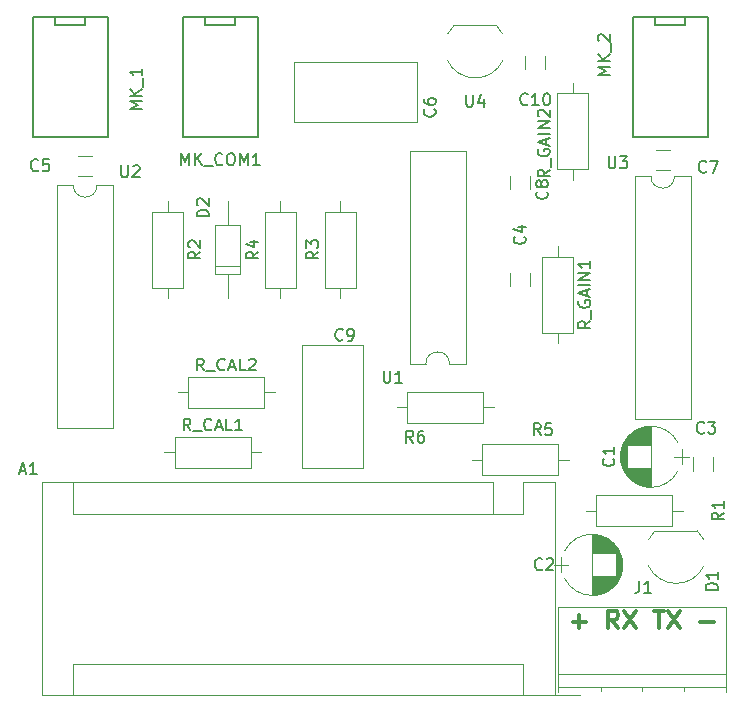
<source format=gbr>
G04 #@! TF.GenerationSoftware,KiCad,Pcbnew,(5.0.0-rc2-dev-179-gab3780148)*
G04 #@! TF.CreationDate,2018-03-20T17:07:23-05:00*
G04 #@! TF.ProjectId,conductivity_sensor_vert,636F6E6475637469766974795F73656E,rev?*
G04 #@! TF.SameCoordinates,Original*
G04 #@! TF.FileFunction,Legend,Top*
G04 #@! TF.FilePolarity,Positive*
%FSLAX46Y46*%
G04 Gerber Fmt 4.6, Leading zero omitted, Abs format (unit mm)*
G04 Created by KiCad (PCBNEW (5.0.0-rc2-dev-179-gab3780148)) date 03/20/18 17:07:23*
%MOMM*%
%LPD*%
G01*
G04 APERTURE LIST*
%ADD10C,0.300000*%
%ADD11C,0.120000*%
%ADD12C,0.127000*%
%ADD13C,0.150000*%
G04 APERTURE END LIST*
D10*
X156849714Y-114661142D02*
X157992571Y-114661142D01*
X157421142Y-115232571D02*
X157421142Y-114089714D01*
X160706857Y-115232571D02*
X160206857Y-114518285D01*
X159849714Y-115232571D02*
X159849714Y-113732571D01*
X160421142Y-113732571D01*
X160564000Y-113804000D01*
X160635428Y-113875428D01*
X160706857Y-114018285D01*
X160706857Y-114232571D01*
X160635428Y-114375428D01*
X160564000Y-114446857D01*
X160421142Y-114518285D01*
X159849714Y-114518285D01*
X161206857Y-113732571D02*
X162206857Y-115232571D01*
X162206857Y-113732571D02*
X161206857Y-115232571D01*
X163706857Y-113732571D02*
X164564000Y-113732571D01*
X164135428Y-115232571D02*
X164135428Y-113732571D01*
X164921142Y-113732571D02*
X165921142Y-115232571D01*
X165921142Y-113732571D02*
X164921142Y-115232571D01*
X167635428Y-114661142D02*
X168778285Y-114661142D01*
D11*
X150390000Y-64190000D02*
X146790000Y-64190000D01*
X150914184Y-64917205D02*
G75*
G03X150390000Y-64190000I-2324184J-1122795D01*
G01*
X150946400Y-67138807D02*
G75*
G02X148590000Y-68640000I-2356400J1098807D01*
G01*
X146233600Y-67138807D02*
G75*
G03X148590000Y-68640000I2356400J1098807D01*
G01*
X146265816Y-64917205D02*
G75*
G02X146790000Y-64190000I2324184J-1122795D01*
G01*
X152809000Y-67917000D02*
X152809000Y-66743000D01*
X154531000Y-67917000D02*
X154531000Y-66743000D01*
X150114000Y-105537000D02*
X152654000Y-105537000D01*
X152654000Y-105537000D02*
X152654000Y-102867000D01*
X150114000Y-102867000D02*
X111884000Y-102867000D01*
X155324000Y-102867000D02*
X152654000Y-102867000D01*
X152654000Y-118237000D02*
X152654000Y-120907000D01*
X152654000Y-118237000D02*
X114554000Y-118237000D01*
X114554000Y-118237000D02*
X114554000Y-120907000D01*
X150114000Y-105537000D02*
X150114000Y-102867000D01*
X150114000Y-105537000D02*
X114554000Y-105537000D01*
X114554000Y-105537000D02*
X114554000Y-102867000D01*
X111884000Y-102867000D02*
X111884000Y-120907000D01*
X111884000Y-120907000D02*
X155324000Y-120907000D01*
X155324000Y-120907000D02*
X155324000Y-102867000D01*
X163465000Y-76969000D02*
X162095000Y-76969000D01*
X162095000Y-76969000D02*
X162095000Y-97529000D01*
X162095000Y-97529000D02*
X166835000Y-97529000D01*
X166835000Y-97529000D02*
X166835000Y-76969000D01*
X166835000Y-76969000D02*
X165465000Y-76969000D01*
X165465000Y-76969000D02*
G75*
G02X163465000Y-76969000I-1000000J0D01*
G01*
X114570000Y-77731000D02*
X113200000Y-77731000D01*
X113200000Y-77731000D02*
X113200000Y-98291000D01*
X113200000Y-98291000D02*
X117940000Y-98291000D01*
X117940000Y-98291000D02*
X117940000Y-77731000D01*
X117940000Y-77731000D02*
X116570000Y-77731000D01*
X116570000Y-77731000D02*
G75*
G02X114570000Y-77731000I-1000000J0D01*
G01*
X146415000Y-92830000D02*
X147785000Y-92830000D01*
X147785000Y-92830000D02*
X147785000Y-74810000D01*
X147785000Y-74810000D02*
X143045000Y-74810000D01*
X143045000Y-74810000D02*
X143045000Y-92830000D01*
X143045000Y-92830000D02*
X144415000Y-92830000D01*
X144415000Y-92830000D02*
G75*
G02X146415000Y-92830000I1000000J0D01*
G01*
X158155000Y-69942000D02*
X155535000Y-69942000D01*
X155535000Y-69942000D02*
X155535000Y-76362000D01*
X155535000Y-76362000D02*
X158155000Y-76362000D01*
X158155000Y-76362000D02*
X158155000Y-69942000D01*
X156845000Y-69052000D02*
X156845000Y-69942000D01*
X156845000Y-77252000D02*
X156845000Y-76362000D01*
X156885000Y-83785000D02*
X154265000Y-83785000D01*
X154265000Y-83785000D02*
X154265000Y-90205000D01*
X154265000Y-90205000D02*
X156885000Y-90205000D01*
X156885000Y-90205000D02*
X156885000Y-83785000D01*
X155575000Y-82895000D02*
X155575000Y-83785000D01*
X155575000Y-91095000D02*
X155575000Y-90205000D01*
X124298000Y-93940000D02*
X124298000Y-96560000D01*
X124298000Y-96560000D02*
X130718000Y-96560000D01*
X130718000Y-96560000D02*
X130718000Y-93940000D01*
X130718000Y-93940000D02*
X124298000Y-93940000D01*
X123408000Y-95250000D02*
X124298000Y-95250000D01*
X131608000Y-95250000D02*
X130718000Y-95250000D01*
X123155000Y-99020000D02*
X123155000Y-101640000D01*
X123155000Y-101640000D02*
X129575000Y-101640000D01*
X129575000Y-101640000D02*
X129575000Y-99020000D01*
X129575000Y-99020000D02*
X123155000Y-99020000D01*
X122265000Y-100330000D02*
X123155000Y-100330000D01*
X130465000Y-100330000D02*
X129575000Y-100330000D01*
X142840000Y-95210000D02*
X142840000Y-97830000D01*
X142840000Y-97830000D02*
X149260000Y-97830000D01*
X149260000Y-97830000D02*
X149260000Y-95210000D01*
X149260000Y-95210000D02*
X142840000Y-95210000D01*
X141950000Y-96520000D02*
X142840000Y-96520000D01*
X150150000Y-96520000D02*
X149260000Y-96520000D01*
X149190000Y-99655000D02*
X149190000Y-102275000D01*
X149190000Y-102275000D02*
X155610000Y-102275000D01*
X155610000Y-102275000D02*
X155610000Y-99655000D01*
X155610000Y-99655000D02*
X149190000Y-99655000D01*
X148300000Y-100965000D02*
X149190000Y-100965000D01*
X156500000Y-100965000D02*
X155610000Y-100965000D01*
X130770000Y-86395000D02*
X133390000Y-86395000D01*
X133390000Y-86395000D02*
X133390000Y-79975000D01*
X133390000Y-79975000D02*
X130770000Y-79975000D01*
X130770000Y-79975000D02*
X130770000Y-86395000D01*
X132080000Y-87285000D02*
X132080000Y-86395000D01*
X132080000Y-79085000D02*
X132080000Y-79975000D01*
X135850000Y-86395000D02*
X138470000Y-86395000D01*
X138470000Y-86395000D02*
X138470000Y-79975000D01*
X138470000Y-79975000D02*
X135850000Y-79975000D01*
X135850000Y-79975000D02*
X135850000Y-86395000D01*
X137160000Y-87285000D02*
X137160000Y-86395000D01*
X137160000Y-79085000D02*
X137160000Y-79975000D01*
X123865000Y-79975000D02*
X121245000Y-79975000D01*
X121245000Y-79975000D02*
X121245000Y-86395000D01*
X121245000Y-86395000D02*
X123865000Y-86395000D01*
X123865000Y-86395000D02*
X123865000Y-79975000D01*
X122555000Y-79085000D02*
X122555000Y-79975000D01*
X122555000Y-87285000D02*
X122555000Y-86395000D01*
X158842000Y-103973000D02*
X158842000Y-106593000D01*
X158842000Y-106593000D02*
X165262000Y-106593000D01*
X165262000Y-106593000D02*
X165262000Y-103973000D01*
X165262000Y-103973000D02*
X158842000Y-103973000D01*
X157952000Y-105283000D02*
X158842000Y-105283000D01*
X166152000Y-105283000D02*
X165262000Y-105283000D01*
X155630000Y-119067000D02*
X169830000Y-119067000D01*
X155630000Y-120167000D02*
X169830000Y-120167000D01*
X155630000Y-120667000D02*
X155630000Y-113467000D01*
X155630000Y-113467000D02*
X169830000Y-113467000D01*
X169830000Y-113467000D02*
X169830000Y-120667000D01*
X159230000Y-120167000D02*
X159230000Y-120567000D01*
X162730000Y-120167000D02*
X162730000Y-120567000D01*
X166230000Y-120167000D02*
X166230000Y-120567000D01*
X155390000Y-118817000D02*
X155390000Y-120907000D01*
X155390000Y-120907000D02*
X157480000Y-120907000D01*
X126575000Y-85245000D02*
X128695000Y-85245000D01*
X128695000Y-85245000D02*
X128695000Y-81125000D01*
X128695000Y-81125000D02*
X126575000Y-81125000D01*
X126575000Y-81125000D02*
X126575000Y-85245000D01*
X127635000Y-87285000D02*
X127635000Y-85245000D01*
X127635000Y-79085000D02*
X127635000Y-81125000D01*
X126575000Y-84585000D02*
X128695000Y-84585000D01*
X167408000Y-106989000D02*
X163808000Y-106989000D01*
X167932184Y-107716205D02*
G75*
G03X167408000Y-106989000I-2324184J-1122795D01*
G01*
X167964400Y-109937807D02*
G75*
G02X165608000Y-111439000I-2356400J1098807D01*
G01*
X163251600Y-109937807D02*
G75*
G03X165608000Y-111439000I2356400J1098807D01*
G01*
X163283816Y-107716205D02*
G75*
G02X163808000Y-106989000I2324184J-1122795D01*
G01*
X139085000Y-91250000D02*
X139085000Y-101670000D01*
X133965000Y-91250000D02*
X133965000Y-101670000D01*
X139085000Y-91250000D02*
X133965000Y-91250000D01*
X139085000Y-101670000D02*
X133965000Y-101670000D01*
X151539000Y-78077000D02*
X151539000Y-76903000D01*
X153261000Y-78077000D02*
X153261000Y-76903000D01*
X165072000Y-76426000D02*
X163898000Y-76426000D01*
X165072000Y-74704000D02*
X163898000Y-74704000D01*
X143700000Y-72410000D02*
X133280000Y-72410000D01*
X143700000Y-67290000D02*
X133280000Y-67290000D01*
X143700000Y-72410000D02*
X143700000Y-67290000D01*
X133280000Y-72410000D02*
X133280000Y-67290000D01*
X116177000Y-76934000D02*
X115003000Y-76934000D01*
X116177000Y-75212000D02*
X115003000Y-75212000D01*
X153261000Y-85118000D02*
X153261000Y-86292000D01*
X151539000Y-85118000D02*
X151539000Y-86292000D01*
X168755000Y-100739000D02*
X168755000Y-101913000D01*
X167033000Y-100739000D02*
X167033000Y-101913000D01*
X160785722Y-108675277D02*
G75*
G03X156174420Y-108675000I-2305722J-1179723D01*
G01*
X160785722Y-111034723D02*
G75*
G02X156174420Y-111035000I-2305722J1179723D01*
G01*
X160785722Y-111034723D02*
G75*
G03X160785580Y-108675000I-2305722J1179723D01*
G01*
X158480000Y-107305000D02*
X158480000Y-112405000D01*
X158520000Y-107305000D02*
X158520000Y-108875000D01*
X158520000Y-110835000D02*
X158520000Y-112405000D01*
X158560000Y-107306000D02*
X158560000Y-108875000D01*
X158560000Y-110835000D02*
X158560000Y-112404000D01*
X158600000Y-107307000D02*
X158600000Y-108875000D01*
X158600000Y-110835000D02*
X158600000Y-112403000D01*
X158640000Y-107309000D02*
X158640000Y-108875000D01*
X158640000Y-110835000D02*
X158640000Y-112401000D01*
X158680000Y-107312000D02*
X158680000Y-108875000D01*
X158680000Y-110835000D02*
X158680000Y-112398000D01*
X158720000Y-107316000D02*
X158720000Y-108875000D01*
X158720000Y-110835000D02*
X158720000Y-112394000D01*
X158760000Y-107320000D02*
X158760000Y-108875000D01*
X158760000Y-110835000D02*
X158760000Y-112390000D01*
X158800000Y-107324000D02*
X158800000Y-108875000D01*
X158800000Y-110835000D02*
X158800000Y-112386000D01*
X158840000Y-107330000D02*
X158840000Y-108875000D01*
X158840000Y-110835000D02*
X158840000Y-112380000D01*
X158880000Y-107336000D02*
X158880000Y-108875000D01*
X158880000Y-110835000D02*
X158880000Y-112374000D01*
X158920000Y-107342000D02*
X158920000Y-108875000D01*
X158920000Y-110835000D02*
X158920000Y-112368000D01*
X158960000Y-107349000D02*
X158960000Y-108875000D01*
X158960000Y-110835000D02*
X158960000Y-112361000D01*
X159000000Y-107357000D02*
X159000000Y-108875000D01*
X159000000Y-110835000D02*
X159000000Y-112353000D01*
X159040000Y-107366000D02*
X159040000Y-108875000D01*
X159040000Y-110835000D02*
X159040000Y-112344000D01*
X159080000Y-107375000D02*
X159080000Y-108875000D01*
X159080000Y-110835000D02*
X159080000Y-112335000D01*
X159120000Y-107385000D02*
X159120000Y-108875000D01*
X159120000Y-110835000D02*
X159120000Y-112325000D01*
X159160000Y-107395000D02*
X159160000Y-108875000D01*
X159160000Y-110835000D02*
X159160000Y-112315000D01*
X159201000Y-107407000D02*
X159201000Y-108875000D01*
X159201000Y-110835000D02*
X159201000Y-112303000D01*
X159241000Y-107419000D02*
X159241000Y-108875000D01*
X159241000Y-110835000D02*
X159241000Y-112291000D01*
X159281000Y-107431000D02*
X159281000Y-108875000D01*
X159281000Y-110835000D02*
X159281000Y-112279000D01*
X159321000Y-107445000D02*
X159321000Y-108875000D01*
X159321000Y-110835000D02*
X159321000Y-112265000D01*
X159361000Y-107459000D02*
X159361000Y-108875000D01*
X159361000Y-110835000D02*
X159361000Y-112251000D01*
X159401000Y-107473000D02*
X159401000Y-108875000D01*
X159401000Y-110835000D02*
X159401000Y-112237000D01*
X159441000Y-107489000D02*
X159441000Y-108875000D01*
X159441000Y-110835000D02*
X159441000Y-112221000D01*
X159481000Y-107505000D02*
X159481000Y-108875000D01*
X159481000Y-110835000D02*
X159481000Y-112205000D01*
X159521000Y-107522000D02*
X159521000Y-108875000D01*
X159521000Y-110835000D02*
X159521000Y-112188000D01*
X159561000Y-107540000D02*
X159561000Y-108875000D01*
X159561000Y-110835000D02*
X159561000Y-112170000D01*
X159601000Y-107559000D02*
X159601000Y-108875000D01*
X159601000Y-110835000D02*
X159601000Y-112151000D01*
X159641000Y-107579000D02*
X159641000Y-108875000D01*
X159641000Y-110835000D02*
X159641000Y-112131000D01*
X159681000Y-107599000D02*
X159681000Y-108875000D01*
X159681000Y-110835000D02*
X159681000Y-112111000D01*
X159721000Y-107621000D02*
X159721000Y-108875000D01*
X159721000Y-110835000D02*
X159721000Y-112089000D01*
X159761000Y-107643000D02*
X159761000Y-108875000D01*
X159761000Y-110835000D02*
X159761000Y-112067000D01*
X159801000Y-107666000D02*
X159801000Y-108875000D01*
X159801000Y-110835000D02*
X159801000Y-112044000D01*
X159841000Y-107690000D02*
X159841000Y-108875000D01*
X159841000Y-110835000D02*
X159841000Y-112020000D01*
X159881000Y-107715000D02*
X159881000Y-108875000D01*
X159881000Y-110835000D02*
X159881000Y-111995000D01*
X159921000Y-107742000D02*
X159921000Y-108875000D01*
X159921000Y-110835000D02*
X159921000Y-111968000D01*
X159961000Y-107769000D02*
X159961000Y-108875000D01*
X159961000Y-110835000D02*
X159961000Y-111941000D01*
X160001000Y-107797000D02*
X160001000Y-108875000D01*
X160001000Y-110835000D02*
X160001000Y-111913000D01*
X160041000Y-107827000D02*
X160041000Y-108875000D01*
X160041000Y-110835000D02*
X160041000Y-111883000D01*
X160081000Y-107858000D02*
X160081000Y-108875000D01*
X160081000Y-110835000D02*
X160081000Y-111852000D01*
X160121000Y-107890000D02*
X160121000Y-108875000D01*
X160121000Y-110835000D02*
X160121000Y-111820000D01*
X160161000Y-107923000D02*
X160161000Y-108875000D01*
X160161000Y-110835000D02*
X160161000Y-111787000D01*
X160201000Y-107958000D02*
X160201000Y-108875000D01*
X160201000Y-110835000D02*
X160201000Y-111752000D01*
X160241000Y-107994000D02*
X160241000Y-108875000D01*
X160241000Y-110835000D02*
X160241000Y-111716000D01*
X160281000Y-108032000D02*
X160281000Y-108875000D01*
X160281000Y-110835000D02*
X160281000Y-111678000D01*
X160321000Y-108072000D02*
X160321000Y-108875000D01*
X160321000Y-110835000D02*
X160321000Y-111638000D01*
X160361000Y-108113000D02*
X160361000Y-108875000D01*
X160361000Y-110835000D02*
X160361000Y-111597000D01*
X160401000Y-108156000D02*
X160401000Y-108875000D01*
X160401000Y-110835000D02*
X160401000Y-111554000D01*
X160441000Y-108201000D02*
X160441000Y-108875000D01*
X160441000Y-110835000D02*
X160441000Y-111509000D01*
X160481000Y-108249000D02*
X160481000Y-111461000D01*
X160521000Y-108299000D02*
X160521000Y-111411000D01*
X160561000Y-108351000D02*
X160561000Y-111359000D01*
X160601000Y-108407000D02*
X160601000Y-111303000D01*
X160641000Y-108465000D02*
X160641000Y-111245000D01*
X160681000Y-108528000D02*
X160681000Y-111182000D01*
X160721000Y-108594000D02*
X160721000Y-111116000D01*
X160761000Y-108666000D02*
X160761000Y-111044000D01*
X160801000Y-108743000D02*
X160801000Y-110967000D01*
X160841000Y-108827000D02*
X160841000Y-110883000D01*
X160881000Y-108921000D02*
X160881000Y-110789000D01*
X160921000Y-109026000D02*
X160921000Y-110684000D01*
X160961000Y-109148000D02*
X160961000Y-110562000D01*
X161001000Y-109296000D02*
X161001000Y-110414000D01*
X161041000Y-109501000D02*
X161041000Y-110209000D01*
X155280000Y-109855000D02*
X156480000Y-109855000D01*
X155880000Y-109205000D02*
X155880000Y-110505000D01*
X161159278Y-101890723D02*
G75*
G03X165770580Y-101891000I2305722J1179723D01*
G01*
X161159278Y-99531277D02*
G75*
G02X165770580Y-99531000I2305722J-1179723D01*
G01*
X161159278Y-99531277D02*
G75*
G03X161159420Y-101891000I2305722J-1179723D01*
G01*
X163465000Y-103261000D02*
X163465000Y-98161000D01*
X163425000Y-103261000D02*
X163425000Y-101691000D01*
X163425000Y-99731000D02*
X163425000Y-98161000D01*
X163385000Y-103260000D02*
X163385000Y-101691000D01*
X163385000Y-99731000D02*
X163385000Y-98162000D01*
X163345000Y-103259000D02*
X163345000Y-101691000D01*
X163345000Y-99731000D02*
X163345000Y-98163000D01*
X163305000Y-103257000D02*
X163305000Y-101691000D01*
X163305000Y-99731000D02*
X163305000Y-98165000D01*
X163265000Y-103254000D02*
X163265000Y-101691000D01*
X163265000Y-99731000D02*
X163265000Y-98168000D01*
X163225000Y-103250000D02*
X163225000Y-101691000D01*
X163225000Y-99731000D02*
X163225000Y-98172000D01*
X163185000Y-103246000D02*
X163185000Y-101691000D01*
X163185000Y-99731000D02*
X163185000Y-98176000D01*
X163145000Y-103242000D02*
X163145000Y-101691000D01*
X163145000Y-99731000D02*
X163145000Y-98180000D01*
X163105000Y-103236000D02*
X163105000Y-101691000D01*
X163105000Y-99731000D02*
X163105000Y-98186000D01*
X163065000Y-103230000D02*
X163065000Y-101691000D01*
X163065000Y-99731000D02*
X163065000Y-98192000D01*
X163025000Y-103224000D02*
X163025000Y-101691000D01*
X163025000Y-99731000D02*
X163025000Y-98198000D01*
X162985000Y-103217000D02*
X162985000Y-101691000D01*
X162985000Y-99731000D02*
X162985000Y-98205000D01*
X162945000Y-103209000D02*
X162945000Y-101691000D01*
X162945000Y-99731000D02*
X162945000Y-98213000D01*
X162905000Y-103200000D02*
X162905000Y-101691000D01*
X162905000Y-99731000D02*
X162905000Y-98222000D01*
X162865000Y-103191000D02*
X162865000Y-101691000D01*
X162865000Y-99731000D02*
X162865000Y-98231000D01*
X162825000Y-103181000D02*
X162825000Y-101691000D01*
X162825000Y-99731000D02*
X162825000Y-98241000D01*
X162785000Y-103171000D02*
X162785000Y-101691000D01*
X162785000Y-99731000D02*
X162785000Y-98251000D01*
X162744000Y-103159000D02*
X162744000Y-101691000D01*
X162744000Y-99731000D02*
X162744000Y-98263000D01*
X162704000Y-103147000D02*
X162704000Y-101691000D01*
X162704000Y-99731000D02*
X162704000Y-98275000D01*
X162664000Y-103135000D02*
X162664000Y-101691000D01*
X162664000Y-99731000D02*
X162664000Y-98287000D01*
X162624000Y-103121000D02*
X162624000Y-101691000D01*
X162624000Y-99731000D02*
X162624000Y-98301000D01*
X162584000Y-103107000D02*
X162584000Y-101691000D01*
X162584000Y-99731000D02*
X162584000Y-98315000D01*
X162544000Y-103093000D02*
X162544000Y-101691000D01*
X162544000Y-99731000D02*
X162544000Y-98329000D01*
X162504000Y-103077000D02*
X162504000Y-101691000D01*
X162504000Y-99731000D02*
X162504000Y-98345000D01*
X162464000Y-103061000D02*
X162464000Y-101691000D01*
X162464000Y-99731000D02*
X162464000Y-98361000D01*
X162424000Y-103044000D02*
X162424000Y-101691000D01*
X162424000Y-99731000D02*
X162424000Y-98378000D01*
X162384000Y-103026000D02*
X162384000Y-101691000D01*
X162384000Y-99731000D02*
X162384000Y-98396000D01*
X162344000Y-103007000D02*
X162344000Y-101691000D01*
X162344000Y-99731000D02*
X162344000Y-98415000D01*
X162304000Y-102987000D02*
X162304000Y-101691000D01*
X162304000Y-99731000D02*
X162304000Y-98435000D01*
X162264000Y-102967000D02*
X162264000Y-101691000D01*
X162264000Y-99731000D02*
X162264000Y-98455000D01*
X162224000Y-102945000D02*
X162224000Y-101691000D01*
X162224000Y-99731000D02*
X162224000Y-98477000D01*
X162184000Y-102923000D02*
X162184000Y-101691000D01*
X162184000Y-99731000D02*
X162184000Y-98499000D01*
X162144000Y-102900000D02*
X162144000Y-101691000D01*
X162144000Y-99731000D02*
X162144000Y-98522000D01*
X162104000Y-102876000D02*
X162104000Y-101691000D01*
X162104000Y-99731000D02*
X162104000Y-98546000D01*
X162064000Y-102851000D02*
X162064000Y-101691000D01*
X162064000Y-99731000D02*
X162064000Y-98571000D01*
X162024000Y-102824000D02*
X162024000Y-101691000D01*
X162024000Y-99731000D02*
X162024000Y-98598000D01*
X161984000Y-102797000D02*
X161984000Y-101691000D01*
X161984000Y-99731000D02*
X161984000Y-98625000D01*
X161944000Y-102769000D02*
X161944000Y-101691000D01*
X161944000Y-99731000D02*
X161944000Y-98653000D01*
X161904000Y-102739000D02*
X161904000Y-101691000D01*
X161904000Y-99731000D02*
X161904000Y-98683000D01*
X161864000Y-102708000D02*
X161864000Y-101691000D01*
X161864000Y-99731000D02*
X161864000Y-98714000D01*
X161824000Y-102676000D02*
X161824000Y-101691000D01*
X161824000Y-99731000D02*
X161824000Y-98746000D01*
X161784000Y-102643000D02*
X161784000Y-101691000D01*
X161784000Y-99731000D02*
X161784000Y-98779000D01*
X161744000Y-102608000D02*
X161744000Y-101691000D01*
X161744000Y-99731000D02*
X161744000Y-98814000D01*
X161704000Y-102572000D02*
X161704000Y-101691000D01*
X161704000Y-99731000D02*
X161704000Y-98850000D01*
X161664000Y-102534000D02*
X161664000Y-101691000D01*
X161664000Y-99731000D02*
X161664000Y-98888000D01*
X161624000Y-102494000D02*
X161624000Y-101691000D01*
X161624000Y-99731000D02*
X161624000Y-98928000D01*
X161584000Y-102453000D02*
X161584000Y-101691000D01*
X161584000Y-99731000D02*
X161584000Y-98969000D01*
X161544000Y-102410000D02*
X161544000Y-101691000D01*
X161544000Y-99731000D02*
X161544000Y-99012000D01*
X161504000Y-102365000D02*
X161504000Y-101691000D01*
X161504000Y-99731000D02*
X161504000Y-99057000D01*
X161464000Y-102317000D02*
X161464000Y-99105000D01*
X161424000Y-102267000D02*
X161424000Y-99155000D01*
X161384000Y-102215000D02*
X161384000Y-99207000D01*
X161344000Y-102159000D02*
X161344000Y-99263000D01*
X161304000Y-102101000D02*
X161304000Y-99321000D01*
X161264000Y-102038000D02*
X161264000Y-99384000D01*
X161224000Y-101972000D02*
X161224000Y-99450000D01*
X161184000Y-101900000D02*
X161184000Y-99522000D01*
X161144000Y-101823000D02*
X161144000Y-99599000D01*
X161104000Y-101739000D02*
X161104000Y-99683000D01*
X161064000Y-101645000D02*
X161064000Y-99777000D01*
X161024000Y-101540000D02*
X161024000Y-99882000D01*
X160984000Y-101418000D02*
X160984000Y-100004000D01*
X160944000Y-101270000D02*
X160944000Y-100152000D01*
X160904000Y-101065000D02*
X160904000Y-100357000D01*
X166665000Y-100711000D02*
X165465000Y-100711000D01*
X166065000Y-101361000D02*
X166065000Y-100061000D01*
D12*
X115570000Y-64135000D02*
X115570000Y-63500000D01*
X113030000Y-64135000D02*
X115570000Y-64135000D01*
X113030000Y-63500000D02*
X113030000Y-64135000D01*
X111125000Y-64770000D02*
X111125000Y-63500000D01*
X117475000Y-63500000D02*
X117475000Y-64770000D01*
X111125000Y-73660000D02*
X117475000Y-73660000D01*
X111125000Y-64770000D02*
X111125000Y-73660000D01*
X117475000Y-63500000D02*
X111125000Y-63500000D01*
X117475000Y-73660000D02*
X117475000Y-64770000D01*
X168275000Y-73660000D02*
X168275000Y-64770000D01*
X168275000Y-63500000D02*
X161925000Y-63500000D01*
X161925000Y-64770000D02*
X161925000Y-73660000D01*
X161925000Y-73660000D02*
X168275000Y-73660000D01*
X168275000Y-63500000D02*
X168275000Y-64770000D01*
X161925000Y-64770000D02*
X161925000Y-63500000D01*
X163830000Y-63500000D02*
X163830000Y-64135000D01*
X163830000Y-64135000D02*
X166370000Y-64135000D01*
X166370000Y-64135000D02*
X166370000Y-63500000D01*
X130175000Y-73660000D02*
X130175000Y-64770000D01*
X130175000Y-63500000D02*
X123825000Y-63500000D01*
X123825000Y-64770000D02*
X123825000Y-73660000D01*
X123825000Y-73660000D02*
X130175000Y-73660000D01*
X130175000Y-63500000D02*
X130175000Y-64770000D01*
X123825000Y-64770000D02*
X123825000Y-63500000D01*
X125730000Y-63500000D02*
X125730000Y-64135000D01*
X125730000Y-64135000D02*
X128270000Y-64135000D01*
X128270000Y-64135000D02*
X128270000Y-63500000D01*
D13*
X147828095Y-70062380D02*
X147828095Y-70871904D01*
X147875714Y-70967142D01*
X147923333Y-71014761D01*
X148018571Y-71062380D01*
X148209047Y-71062380D01*
X148304285Y-71014761D01*
X148351904Y-70967142D01*
X148399523Y-70871904D01*
X148399523Y-70062380D01*
X149304285Y-70395714D02*
X149304285Y-71062380D01*
X149066190Y-70014761D02*
X148828095Y-70729047D01*
X149447142Y-70729047D01*
X153027142Y-70842142D02*
X152979523Y-70889761D01*
X152836666Y-70937380D01*
X152741428Y-70937380D01*
X152598571Y-70889761D01*
X152503333Y-70794523D01*
X152455714Y-70699285D01*
X152408095Y-70508809D01*
X152408095Y-70365952D01*
X152455714Y-70175476D01*
X152503333Y-70080238D01*
X152598571Y-69985000D01*
X152741428Y-69937380D01*
X152836666Y-69937380D01*
X152979523Y-69985000D01*
X153027142Y-70032619D01*
X153979523Y-70937380D02*
X153408095Y-70937380D01*
X153693809Y-70937380D02*
X153693809Y-69937380D01*
X153598571Y-70080238D01*
X153503333Y-70175476D01*
X153408095Y-70223095D01*
X154598571Y-69937380D02*
X154693809Y-69937380D01*
X154789047Y-69985000D01*
X154836666Y-70032619D01*
X154884285Y-70127857D01*
X154931904Y-70318333D01*
X154931904Y-70556428D01*
X154884285Y-70746904D01*
X154836666Y-70842142D01*
X154789047Y-70889761D01*
X154693809Y-70937380D01*
X154598571Y-70937380D01*
X154503333Y-70889761D01*
X154455714Y-70842142D01*
X154408095Y-70746904D01*
X154360476Y-70556428D01*
X154360476Y-70318333D01*
X154408095Y-70127857D01*
X154455714Y-70032619D01*
X154503333Y-69985000D01*
X154598571Y-69937380D01*
X110029714Y-101893666D02*
X110505904Y-101893666D01*
X109934476Y-102179380D02*
X110267809Y-101179380D01*
X110601142Y-102179380D01*
X111458285Y-102179380D02*
X110886857Y-102179380D01*
X111172571Y-102179380D02*
X111172571Y-101179380D01*
X111077333Y-101322238D01*
X110982095Y-101417476D01*
X110886857Y-101465095D01*
X159893095Y-75271380D02*
X159893095Y-76080904D01*
X159940714Y-76176142D01*
X159988333Y-76223761D01*
X160083571Y-76271380D01*
X160274047Y-76271380D01*
X160369285Y-76223761D01*
X160416904Y-76176142D01*
X160464523Y-76080904D01*
X160464523Y-75271380D01*
X160845476Y-75271380D02*
X161464523Y-75271380D01*
X161131190Y-75652333D01*
X161274047Y-75652333D01*
X161369285Y-75699952D01*
X161416904Y-75747571D01*
X161464523Y-75842809D01*
X161464523Y-76080904D01*
X161416904Y-76176142D01*
X161369285Y-76223761D01*
X161274047Y-76271380D01*
X160988333Y-76271380D01*
X160893095Y-76223761D01*
X160845476Y-76176142D01*
X118618095Y-76033380D02*
X118618095Y-76842904D01*
X118665714Y-76938142D01*
X118713333Y-76985761D01*
X118808571Y-77033380D01*
X118999047Y-77033380D01*
X119094285Y-76985761D01*
X119141904Y-76938142D01*
X119189523Y-76842904D01*
X119189523Y-76033380D01*
X119618095Y-76128619D02*
X119665714Y-76081000D01*
X119760952Y-76033380D01*
X119999047Y-76033380D01*
X120094285Y-76081000D01*
X120141904Y-76128619D01*
X120189523Y-76223857D01*
X120189523Y-76319095D01*
X120141904Y-76461952D01*
X119570476Y-77033380D01*
X120189523Y-77033380D01*
X140843095Y-93432380D02*
X140843095Y-94241904D01*
X140890714Y-94337142D01*
X140938333Y-94384761D01*
X141033571Y-94432380D01*
X141224047Y-94432380D01*
X141319285Y-94384761D01*
X141366904Y-94337142D01*
X141414523Y-94241904D01*
X141414523Y-93432380D01*
X142414523Y-94432380D02*
X141843095Y-94432380D01*
X142128809Y-94432380D02*
X142128809Y-93432380D01*
X142033571Y-93575238D01*
X141938333Y-93670476D01*
X141843095Y-93718095D01*
X154884380Y-76406095D02*
X154408190Y-76739428D01*
X154884380Y-76977523D02*
X153884380Y-76977523D01*
X153884380Y-76596571D01*
X153932000Y-76501333D01*
X153979619Y-76453714D01*
X154074857Y-76406095D01*
X154217714Y-76406095D01*
X154312952Y-76453714D01*
X154360571Y-76501333D01*
X154408190Y-76596571D01*
X154408190Y-76977523D01*
X154979619Y-76215619D02*
X154979619Y-75453714D01*
X153932000Y-74691809D02*
X153884380Y-74787047D01*
X153884380Y-74929904D01*
X153932000Y-75072761D01*
X154027238Y-75168000D01*
X154122476Y-75215619D01*
X154312952Y-75263238D01*
X154455809Y-75263238D01*
X154646285Y-75215619D01*
X154741523Y-75168000D01*
X154836761Y-75072761D01*
X154884380Y-74929904D01*
X154884380Y-74834666D01*
X154836761Y-74691809D01*
X154789142Y-74644190D01*
X154455809Y-74644190D01*
X154455809Y-74834666D01*
X154598666Y-74263238D02*
X154598666Y-73787047D01*
X154884380Y-74358476D02*
X153884380Y-74025142D01*
X154884380Y-73691809D01*
X154884380Y-73358476D02*
X153884380Y-73358476D01*
X154884380Y-72882285D02*
X153884380Y-72882285D01*
X154884380Y-72310857D01*
X153884380Y-72310857D01*
X153979619Y-71882285D02*
X153932000Y-71834666D01*
X153884380Y-71739428D01*
X153884380Y-71501333D01*
X153932000Y-71406095D01*
X153979619Y-71358476D01*
X154074857Y-71310857D01*
X154170095Y-71310857D01*
X154312952Y-71358476D01*
X154884380Y-71929904D01*
X154884380Y-71310857D01*
X158337380Y-89233095D02*
X157861190Y-89566428D01*
X158337380Y-89804523D02*
X157337380Y-89804523D01*
X157337380Y-89423571D01*
X157385000Y-89328333D01*
X157432619Y-89280714D01*
X157527857Y-89233095D01*
X157670714Y-89233095D01*
X157765952Y-89280714D01*
X157813571Y-89328333D01*
X157861190Y-89423571D01*
X157861190Y-89804523D01*
X158432619Y-89042619D02*
X158432619Y-88280714D01*
X157385000Y-87518809D02*
X157337380Y-87614047D01*
X157337380Y-87756904D01*
X157385000Y-87899761D01*
X157480238Y-87995000D01*
X157575476Y-88042619D01*
X157765952Y-88090238D01*
X157908809Y-88090238D01*
X158099285Y-88042619D01*
X158194523Y-87995000D01*
X158289761Y-87899761D01*
X158337380Y-87756904D01*
X158337380Y-87661666D01*
X158289761Y-87518809D01*
X158242142Y-87471190D01*
X157908809Y-87471190D01*
X157908809Y-87661666D01*
X158051666Y-87090238D02*
X158051666Y-86614047D01*
X158337380Y-87185476D02*
X157337380Y-86852142D01*
X158337380Y-86518809D01*
X158337380Y-86185476D02*
X157337380Y-86185476D01*
X158337380Y-85709285D02*
X157337380Y-85709285D01*
X158337380Y-85137857D01*
X157337380Y-85137857D01*
X158337380Y-84137857D02*
X158337380Y-84709285D01*
X158337380Y-84423571D02*
X157337380Y-84423571D01*
X157480238Y-84518809D01*
X157575476Y-84614047D01*
X157623095Y-84709285D01*
X125627047Y-93392380D02*
X125293714Y-92916190D01*
X125055619Y-93392380D02*
X125055619Y-92392380D01*
X125436571Y-92392380D01*
X125531809Y-92440000D01*
X125579428Y-92487619D01*
X125627047Y-92582857D01*
X125627047Y-92725714D01*
X125579428Y-92820952D01*
X125531809Y-92868571D01*
X125436571Y-92916190D01*
X125055619Y-92916190D01*
X125817523Y-93487619D02*
X126579428Y-93487619D01*
X127388952Y-93297142D02*
X127341333Y-93344761D01*
X127198476Y-93392380D01*
X127103238Y-93392380D01*
X126960380Y-93344761D01*
X126865142Y-93249523D01*
X126817523Y-93154285D01*
X126769904Y-92963809D01*
X126769904Y-92820952D01*
X126817523Y-92630476D01*
X126865142Y-92535238D01*
X126960380Y-92440000D01*
X127103238Y-92392380D01*
X127198476Y-92392380D01*
X127341333Y-92440000D01*
X127388952Y-92487619D01*
X127769904Y-93106666D02*
X128246095Y-93106666D01*
X127674666Y-93392380D02*
X128008000Y-92392380D01*
X128341333Y-93392380D01*
X129150857Y-93392380D02*
X128674666Y-93392380D01*
X128674666Y-92392380D01*
X129436571Y-92487619D02*
X129484190Y-92440000D01*
X129579428Y-92392380D01*
X129817523Y-92392380D01*
X129912761Y-92440000D01*
X129960380Y-92487619D01*
X130008000Y-92582857D01*
X130008000Y-92678095D01*
X129960380Y-92820952D01*
X129388952Y-93392380D01*
X130008000Y-93392380D01*
X124484047Y-98472380D02*
X124150714Y-97996190D01*
X123912619Y-98472380D02*
X123912619Y-97472380D01*
X124293571Y-97472380D01*
X124388809Y-97520000D01*
X124436428Y-97567619D01*
X124484047Y-97662857D01*
X124484047Y-97805714D01*
X124436428Y-97900952D01*
X124388809Y-97948571D01*
X124293571Y-97996190D01*
X123912619Y-97996190D01*
X124674523Y-98567619D02*
X125436428Y-98567619D01*
X126245952Y-98377142D02*
X126198333Y-98424761D01*
X126055476Y-98472380D01*
X125960238Y-98472380D01*
X125817380Y-98424761D01*
X125722142Y-98329523D01*
X125674523Y-98234285D01*
X125626904Y-98043809D01*
X125626904Y-97900952D01*
X125674523Y-97710476D01*
X125722142Y-97615238D01*
X125817380Y-97520000D01*
X125960238Y-97472380D01*
X126055476Y-97472380D01*
X126198333Y-97520000D01*
X126245952Y-97567619D01*
X126626904Y-98186666D02*
X127103095Y-98186666D01*
X126531666Y-98472380D02*
X126865000Y-97472380D01*
X127198333Y-98472380D01*
X128007857Y-98472380D02*
X127531666Y-98472380D01*
X127531666Y-97472380D01*
X128865000Y-98472380D02*
X128293571Y-98472380D01*
X128579285Y-98472380D02*
X128579285Y-97472380D01*
X128484047Y-97615238D01*
X128388809Y-97710476D01*
X128293571Y-97758095D01*
X143343333Y-99512380D02*
X143010000Y-99036190D01*
X142771904Y-99512380D02*
X142771904Y-98512380D01*
X143152857Y-98512380D01*
X143248095Y-98560000D01*
X143295714Y-98607619D01*
X143343333Y-98702857D01*
X143343333Y-98845714D01*
X143295714Y-98940952D01*
X143248095Y-98988571D01*
X143152857Y-99036190D01*
X142771904Y-99036190D01*
X144200476Y-98512380D02*
X144010000Y-98512380D01*
X143914761Y-98560000D01*
X143867142Y-98607619D01*
X143771904Y-98750476D01*
X143724285Y-98940952D01*
X143724285Y-99321904D01*
X143771904Y-99417142D01*
X143819523Y-99464761D01*
X143914761Y-99512380D01*
X144105238Y-99512380D01*
X144200476Y-99464761D01*
X144248095Y-99417142D01*
X144295714Y-99321904D01*
X144295714Y-99083809D01*
X144248095Y-98988571D01*
X144200476Y-98940952D01*
X144105238Y-98893333D01*
X143914761Y-98893333D01*
X143819523Y-98940952D01*
X143771904Y-98988571D01*
X143724285Y-99083809D01*
X154138333Y-98877380D02*
X153805000Y-98401190D01*
X153566904Y-98877380D02*
X153566904Y-97877380D01*
X153947857Y-97877380D01*
X154043095Y-97925000D01*
X154090714Y-97972619D01*
X154138333Y-98067857D01*
X154138333Y-98210714D01*
X154090714Y-98305952D01*
X154043095Y-98353571D01*
X153947857Y-98401190D01*
X153566904Y-98401190D01*
X155043095Y-97877380D02*
X154566904Y-97877380D01*
X154519285Y-98353571D01*
X154566904Y-98305952D01*
X154662142Y-98258333D01*
X154900238Y-98258333D01*
X154995476Y-98305952D01*
X155043095Y-98353571D01*
X155090714Y-98448809D01*
X155090714Y-98686904D01*
X155043095Y-98782142D01*
X154995476Y-98829761D01*
X154900238Y-98877380D01*
X154662142Y-98877380D01*
X154566904Y-98829761D01*
X154519285Y-98782142D01*
X130222380Y-83351666D02*
X129746190Y-83685000D01*
X130222380Y-83923095D02*
X129222380Y-83923095D01*
X129222380Y-83542142D01*
X129270000Y-83446904D01*
X129317619Y-83399285D01*
X129412857Y-83351666D01*
X129555714Y-83351666D01*
X129650952Y-83399285D01*
X129698571Y-83446904D01*
X129746190Y-83542142D01*
X129746190Y-83923095D01*
X129555714Y-82494523D02*
X130222380Y-82494523D01*
X129174761Y-82732619D02*
X129889047Y-82970714D01*
X129889047Y-82351666D01*
X135302380Y-83351666D02*
X134826190Y-83685000D01*
X135302380Y-83923095D02*
X134302380Y-83923095D01*
X134302380Y-83542142D01*
X134350000Y-83446904D01*
X134397619Y-83399285D01*
X134492857Y-83351666D01*
X134635714Y-83351666D01*
X134730952Y-83399285D01*
X134778571Y-83446904D01*
X134826190Y-83542142D01*
X134826190Y-83923095D01*
X134302380Y-83018333D02*
X134302380Y-82399285D01*
X134683333Y-82732619D01*
X134683333Y-82589761D01*
X134730952Y-82494523D01*
X134778571Y-82446904D01*
X134873809Y-82399285D01*
X135111904Y-82399285D01*
X135207142Y-82446904D01*
X135254761Y-82494523D01*
X135302380Y-82589761D01*
X135302380Y-82875476D01*
X135254761Y-82970714D01*
X135207142Y-83018333D01*
X125317380Y-83351666D02*
X124841190Y-83685000D01*
X125317380Y-83923095D02*
X124317380Y-83923095D01*
X124317380Y-83542142D01*
X124365000Y-83446904D01*
X124412619Y-83399285D01*
X124507857Y-83351666D01*
X124650714Y-83351666D01*
X124745952Y-83399285D01*
X124793571Y-83446904D01*
X124841190Y-83542142D01*
X124841190Y-83923095D01*
X124412619Y-82970714D02*
X124365000Y-82923095D01*
X124317380Y-82827857D01*
X124317380Y-82589761D01*
X124365000Y-82494523D01*
X124412619Y-82446904D01*
X124507857Y-82399285D01*
X124603095Y-82399285D01*
X124745952Y-82446904D01*
X125317380Y-83018333D01*
X125317380Y-82399285D01*
X169616380Y-105449666D02*
X169140190Y-105783000D01*
X169616380Y-106021095D02*
X168616380Y-106021095D01*
X168616380Y-105640142D01*
X168664000Y-105544904D01*
X168711619Y-105497285D01*
X168806857Y-105449666D01*
X168949714Y-105449666D01*
X169044952Y-105497285D01*
X169092571Y-105544904D01*
X169140190Y-105640142D01*
X169140190Y-106021095D01*
X169616380Y-104497285D02*
X169616380Y-105068714D01*
X169616380Y-104783000D02*
X168616380Y-104783000D01*
X168759238Y-104878238D01*
X168854476Y-104973476D01*
X168902095Y-105068714D01*
X162480666Y-111212380D02*
X162480666Y-111926666D01*
X162433047Y-112069523D01*
X162337809Y-112164761D01*
X162194952Y-112212380D01*
X162099714Y-112212380D01*
X163480666Y-112212380D02*
X162909238Y-112212380D01*
X163194952Y-112212380D02*
X163194952Y-111212380D01*
X163099714Y-111355238D01*
X163004476Y-111450476D01*
X162909238Y-111498095D01*
X126027380Y-80367095D02*
X125027380Y-80367095D01*
X125027380Y-80129000D01*
X125075000Y-79986142D01*
X125170238Y-79890904D01*
X125265476Y-79843285D01*
X125455952Y-79795666D01*
X125598809Y-79795666D01*
X125789285Y-79843285D01*
X125884523Y-79890904D01*
X125979761Y-79986142D01*
X126027380Y-80129000D01*
X126027380Y-80367095D01*
X125122619Y-79414714D02*
X125075000Y-79367095D01*
X125027380Y-79271857D01*
X125027380Y-79033761D01*
X125075000Y-78938523D01*
X125122619Y-78890904D01*
X125217857Y-78843285D01*
X125313095Y-78843285D01*
X125455952Y-78890904D01*
X126027380Y-79462333D01*
X126027380Y-78843285D01*
X169108380Y-111990095D02*
X168108380Y-111990095D01*
X168108380Y-111752000D01*
X168156000Y-111609142D01*
X168251238Y-111513904D01*
X168346476Y-111466285D01*
X168536952Y-111418666D01*
X168679809Y-111418666D01*
X168870285Y-111466285D01*
X168965523Y-111513904D01*
X169060761Y-111609142D01*
X169108380Y-111752000D01*
X169108380Y-111990095D01*
X169108380Y-110466285D02*
X169108380Y-111037714D01*
X169108380Y-110752000D02*
X168108380Y-110752000D01*
X168251238Y-110847238D01*
X168346476Y-110942476D01*
X168394095Y-111037714D01*
X137374333Y-90781142D02*
X137326714Y-90828761D01*
X137183857Y-90876380D01*
X137088619Y-90876380D01*
X136945761Y-90828761D01*
X136850523Y-90733523D01*
X136802904Y-90638285D01*
X136755285Y-90447809D01*
X136755285Y-90304952D01*
X136802904Y-90114476D01*
X136850523Y-90019238D01*
X136945761Y-89924000D01*
X137088619Y-89876380D01*
X137183857Y-89876380D01*
X137326714Y-89924000D01*
X137374333Y-89971619D01*
X137850523Y-90876380D02*
X138041000Y-90876380D01*
X138136238Y-90828761D01*
X138183857Y-90781142D01*
X138279095Y-90638285D01*
X138326714Y-90447809D01*
X138326714Y-90066857D01*
X138279095Y-89971619D01*
X138231476Y-89924000D01*
X138136238Y-89876380D01*
X137945761Y-89876380D01*
X137850523Y-89924000D01*
X137802904Y-89971619D01*
X137755285Y-90066857D01*
X137755285Y-90304952D01*
X137802904Y-90400190D01*
X137850523Y-90447809D01*
X137945761Y-90495428D01*
X138136238Y-90495428D01*
X138231476Y-90447809D01*
X138279095Y-90400190D01*
X138326714Y-90304952D01*
X154662142Y-78271666D02*
X154709761Y-78319285D01*
X154757380Y-78462142D01*
X154757380Y-78557380D01*
X154709761Y-78700238D01*
X154614523Y-78795476D01*
X154519285Y-78843095D01*
X154328809Y-78890714D01*
X154185952Y-78890714D01*
X153995476Y-78843095D01*
X153900238Y-78795476D01*
X153805000Y-78700238D01*
X153757380Y-78557380D01*
X153757380Y-78462142D01*
X153805000Y-78319285D01*
X153852619Y-78271666D01*
X154185952Y-77700238D02*
X154138333Y-77795476D01*
X154090714Y-77843095D01*
X153995476Y-77890714D01*
X153947857Y-77890714D01*
X153852619Y-77843095D01*
X153805000Y-77795476D01*
X153757380Y-77700238D01*
X153757380Y-77509761D01*
X153805000Y-77414523D01*
X153852619Y-77366904D01*
X153947857Y-77319285D01*
X153995476Y-77319285D01*
X154090714Y-77366904D01*
X154138333Y-77414523D01*
X154185952Y-77509761D01*
X154185952Y-77700238D01*
X154233571Y-77795476D01*
X154281190Y-77843095D01*
X154376428Y-77890714D01*
X154566904Y-77890714D01*
X154662142Y-77843095D01*
X154709761Y-77795476D01*
X154757380Y-77700238D01*
X154757380Y-77509761D01*
X154709761Y-77414523D01*
X154662142Y-77366904D01*
X154566904Y-77319285D01*
X154376428Y-77319285D01*
X154281190Y-77366904D01*
X154233571Y-77414523D01*
X154185952Y-77509761D01*
X168148333Y-76557142D02*
X168100714Y-76604761D01*
X167957857Y-76652380D01*
X167862619Y-76652380D01*
X167719761Y-76604761D01*
X167624523Y-76509523D01*
X167576904Y-76414285D01*
X167529285Y-76223809D01*
X167529285Y-76080952D01*
X167576904Y-75890476D01*
X167624523Y-75795238D01*
X167719761Y-75700000D01*
X167862619Y-75652380D01*
X167957857Y-75652380D01*
X168100714Y-75700000D01*
X168148333Y-75747619D01*
X168481666Y-75652380D02*
X169148333Y-75652380D01*
X168719761Y-76652380D01*
X145137142Y-71286666D02*
X145184761Y-71334285D01*
X145232380Y-71477142D01*
X145232380Y-71572380D01*
X145184761Y-71715238D01*
X145089523Y-71810476D01*
X144994285Y-71858095D01*
X144803809Y-71905714D01*
X144660952Y-71905714D01*
X144470476Y-71858095D01*
X144375238Y-71810476D01*
X144280000Y-71715238D01*
X144232380Y-71572380D01*
X144232380Y-71477142D01*
X144280000Y-71334285D01*
X144327619Y-71286666D01*
X144232380Y-70429523D02*
X144232380Y-70620000D01*
X144280000Y-70715238D01*
X144327619Y-70762857D01*
X144470476Y-70858095D01*
X144660952Y-70905714D01*
X145041904Y-70905714D01*
X145137142Y-70858095D01*
X145184761Y-70810476D01*
X145232380Y-70715238D01*
X145232380Y-70524761D01*
X145184761Y-70429523D01*
X145137142Y-70381904D01*
X145041904Y-70334285D01*
X144803809Y-70334285D01*
X144708571Y-70381904D01*
X144660952Y-70429523D01*
X144613333Y-70524761D01*
X144613333Y-70715238D01*
X144660952Y-70810476D01*
X144708571Y-70858095D01*
X144803809Y-70905714D01*
X111593333Y-76430142D02*
X111545714Y-76477761D01*
X111402857Y-76525380D01*
X111307619Y-76525380D01*
X111164761Y-76477761D01*
X111069523Y-76382523D01*
X111021904Y-76287285D01*
X110974285Y-76096809D01*
X110974285Y-75953952D01*
X111021904Y-75763476D01*
X111069523Y-75668238D01*
X111164761Y-75573000D01*
X111307619Y-75525380D01*
X111402857Y-75525380D01*
X111545714Y-75573000D01*
X111593333Y-75620619D01*
X112498095Y-75525380D02*
X112021904Y-75525380D01*
X111974285Y-76001571D01*
X112021904Y-75953952D01*
X112117142Y-75906333D01*
X112355238Y-75906333D01*
X112450476Y-75953952D01*
X112498095Y-76001571D01*
X112545714Y-76096809D01*
X112545714Y-76334904D01*
X112498095Y-76430142D01*
X112450476Y-76477761D01*
X112355238Y-76525380D01*
X112117142Y-76525380D01*
X112021904Y-76477761D01*
X111974285Y-76430142D01*
X152757142Y-82081666D02*
X152804761Y-82129285D01*
X152852380Y-82272142D01*
X152852380Y-82367380D01*
X152804761Y-82510238D01*
X152709523Y-82605476D01*
X152614285Y-82653095D01*
X152423809Y-82700714D01*
X152280952Y-82700714D01*
X152090476Y-82653095D01*
X151995238Y-82605476D01*
X151900000Y-82510238D01*
X151852380Y-82367380D01*
X151852380Y-82272142D01*
X151900000Y-82129285D01*
X151947619Y-82081666D01*
X152185714Y-81224523D02*
X152852380Y-81224523D01*
X151804761Y-81462619D02*
X152519047Y-81700714D01*
X152519047Y-81081666D01*
X167981333Y-98655142D02*
X167933714Y-98702761D01*
X167790857Y-98750380D01*
X167695619Y-98750380D01*
X167552761Y-98702761D01*
X167457523Y-98607523D01*
X167409904Y-98512285D01*
X167362285Y-98321809D01*
X167362285Y-98178952D01*
X167409904Y-97988476D01*
X167457523Y-97893238D01*
X167552761Y-97798000D01*
X167695619Y-97750380D01*
X167790857Y-97750380D01*
X167933714Y-97798000D01*
X167981333Y-97845619D01*
X168314666Y-97750380D02*
X168933714Y-97750380D01*
X168600380Y-98131333D01*
X168743238Y-98131333D01*
X168838476Y-98178952D01*
X168886095Y-98226571D01*
X168933714Y-98321809D01*
X168933714Y-98559904D01*
X168886095Y-98655142D01*
X168838476Y-98702761D01*
X168743238Y-98750380D01*
X168457523Y-98750380D01*
X168362285Y-98702761D01*
X168314666Y-98655142D01*
X154265333Y-110212142D02*
X154217714Y-110259761D01*
X154074857Y-110307380D01*
X153979619Y-110307380D01*
X153836761Y-110259761D01*
X153741523Y-110164523D01*
X153693904Y-110069285D01*
X153646285Y-109878809D01*
X153646285Y-109735952D01*
X153693904Y-109545476D01*
X153741523Y-109450238D01*
X153836761Y-109355000D01*
X153979619Y-109307380D01*
X154074857Y-109307380D01*
X154217714Y-109355000D01*
X154265333Y-109402619D01*
X154646285Y-109402619D02*
X154693904Y-109355000D01*
X154789142Y-109307380D01*
X155027238Y-109307380D01*
X155122476Y-109355000D01*
X155170095Y-109402619D01*
X155217714Y-109497857D01*
X155217714Y-109593095D01*
X155170095Y-109735952D01*
X154598666Y-110307380D01*
X155217714Y-110307380D01*
X160282142Y-100877666D02*
X160329761Y-100925285D01*
X160377380Y-101068142D01*
X160377380Y-101163380D01*
X160329761Y-101306238D01*
X160234523Y-101401476D01*
X160139285Y-101449095D01*
X159948809Y-101496714D01*
X159805952Y-101496714D01*
X159615476Y-101449095D01*
X159520238Y-101401476D01*
X159425000Y-101306238D01*
X159377380Y-101163380D01*
X159377380Y-101068142D01*
X159425000Y-100925285D01*
X159472619Y-100877666D01*
X160377380Y-99925285D02*
X160377380Y-100496714D01*
X160377380Y-100211000D02*
X159377380Y-100211000D01*
X159520238Y-100306238D01*
X159615476Y-100401476D01*
X159663095Y-100496714D01*
X120340380Y-71286476D02*
X119340380Y-71286476D01*
X120054666Y-70953142D01*
X119340380Y-70619809D01*
X120340380Y-70619809D01*
X120340380Y-70143619D02*
X119340380Y-70143619D01*
X120340380Y-69572190D02*
X119768952Y-70000761D01*
X119340380Y-69572190D02*
X119911809Y-70143619D01*
X120435619Y-69381714D02*
X120435619Y-68619809D01*
X120340380Y-67857904D02*
X120340380Y-68429333D01*
X120340380Y-68143619D02*
X119340380Y-68143619D01*
X119483238Y-68238857D01*
X119578476Y-68334095D01*
X119626095Y-68429333D01*
X159964380Y-68365476D02*
X158964380Y-68365476D01*
X159678666Y-68032142D01*
X158964380Y-67698809D01*
X159964380Y-67698809D01*
X159964380Y-67222619D02*
X158964380Y-67222619D01*
X159964380Y-66651190D02*
X159392952Y-67079761D01*
X158964380Y-66651190D02*
X159535809Y-67222619D01*
X160059619Y-66460714D02*
X160059619Y-65698809D01*
X159059619Y-65508333D02*
X159012000Y-65460714D01*
X158964380Y-65365476D01*
X158964380Y-65127380D01*
X159012000Y-65032142D01*
X159059619Y-64984523D01*
X159154857Y-64936904D01*
X159250095Y-64936904D01*
X159392952Y-64984523D01*
X159964380Y-65555952D01*
X159964380Y-64936904D01*
X123714285Y-76017380D02*
X123714285Y-75017380D01*
X124047619Y-75731666D01*
X124380952Y-75017380D01*
X124380952Y-76017380D01*
X124857142Y-76017380D02*
X124857142Y-75017380D01*
X125428571Y-76017380D02*
X125000000Y-75445952D01*
X125428571Y-75017380D02*
X124857142Y-75588809D01*
X125619047Y-76112619D02*
X126380952Y-76112619D01*
X127190476Y-75922142D02*
X127142857Y-75969761D01*
X127000000Y-76017380D01*
X126904761Y-76017380D01*
X126761904Y-75969761D01*
X126666666Y-75874523D01*
X126619047Y-75779285D01*
X126571428Y-75588809D01*
X126571428Y-75445952D01*
X126619047Y-75255476D01*
X126666666Y-75160238D01*
X126761904Y-75065000D01*
X126904761Y-75017380D01*
X127000000Y-75017380D01*
X127142857Y-75065000D01*
X127190476Y-75112619D01*
X127809523Y-75017380D02*
X128000000Y-75017380D01*
X128095238Y-75065000D01*
X128190476Y-75160238D01*
X128238095Y-75350714D01*
X128238095Y-75684047D01*
X128190476Y-75874523D01*
X128095238Y-75969761D01*
X128000000Y-76017380D01*
X127809523Y-76017380D01*
X127714285Y-75969761D01*
X127619047Y-75874523D01*
X127571428Y-75684047D01*
X127571428Y-75350714D01*
X127619047Y-75160238D01*
X127714285Y-75065000D01*
X127809523Y-75017380D01*
X128666666Y-76017380D02*
X128666666Y-75017380D01*
X129000000Y-75731666D01*
X129333333Y-75017380D01*
X129333333Y-76017380D01*
X130333333Y-76017380D02*
X129761904Y-76017380D01*
X130047619Y-76017380D02*
X130047619Y-75017380D01*
X129952380Y-75160238D01*
X129857142Y-75255476D01*
X129761904Y-75303095D01*
M02*

</source>
